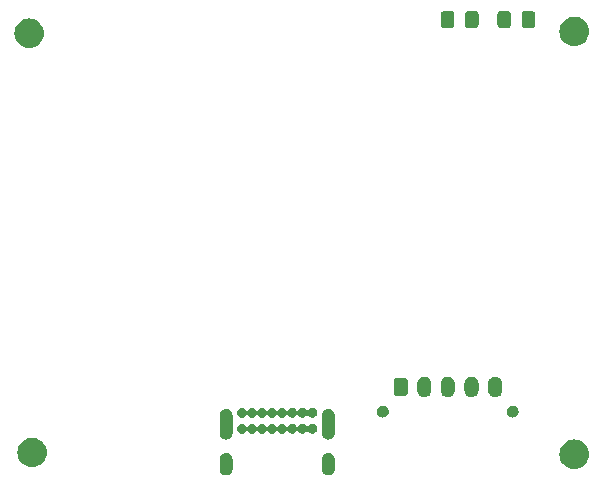
<source format=gbs>
G04 #@! TF.GenerationSoftware,KiCad,Pcbnew,8.0.8*
G04 #@! TF.CreationDate,2025-01-20T22:43:21+09:00*
G04 #@! TF.ProjectId,esp32_primary_board_v0.3.0,65737033-325f-4707-9269-6d6172795f62,rev?*
G04 #@! TF.SameCoordinates,Original*
G04 #@! TF.FileFunction,Soldermask,Bot*
G04 #@! TF.FilePolarity,Negative*
%FSLAX46Y46*%
G04 Gerber Fmt 4.6, Leading zero omitted, Abs format (unit mm)*
G04 Created by KiCad (PCBNEW 8.0.8) date 2025-01-20 22:43:21*
%MOMM*%
%LPD*%
G01*
G04 APERTURE LIST*
G04 APERTURE END LIST*
G36*
X134988002Y-138802722D02*
G01*
X134997050Y-138802722D01*
X135023115Y-138809706D01*
X135085150Y-138822045D01*
X135114433Y-138834174D01*
X135136241Y-138840018D01*
X135155794Y-138851307D01*
X135185078Y-138863437D01*
X135237679Y-138898583D01*
X135261036Y-138912069D01*
X135267428Y-138918461D01*
X135274996Y-138923518D01*
X135351481Y-139000003D01*
X135356537Y-139007570D01*
X135362931Y-139013964D01*
X135376418Y-139037324D01*
X135411562Y-139089921D01*
X135423690Y-139119202D01*
X135434982Y-139138759D01*
X135440826Y-139160570D01*
X135452954Y-139189849D01*
X135465292Y-139251880D01*
X135472278Y-139277950D01*
X135473162Y-139291444D01*
X135474342Y-139297375D01*
X135476709Y-139345574D01*
X135477000Y-139350000D01*
X135477000Y-140150000D01*
X135476709Y-140154428D01*
X135474342Y-140202624D01*
X135473162Y-140208553D01*
X135472278Y-140222050D01*
X135465291Y-140248122D01*
X135452954Y-140310150D01*
X135440827Y-140339426D01*
X135434982Y-140361241D01*
X135423689Y-140380800D01*
X135411562Y-140410078D01*
X135376422Y-140462668D01*
X135362931Y-140486036D01*
X135356535Y-140492431D01*
X135351481Y-140499996D01*
X135274996Y-140576481D01*
X135267431Y-140581535D01*
X135261036Y-140587931D01*
X135237668Y-140601422D01*
X135185078Y-140636562D01*
X135155800Y-140648689D01*
X135136241Y-140659982D01*
X135114426Y-140665827D01*
X135085150Y-140677954D01*
X135023121Y-140690292D01*
X134997050Y-140697278D01*
X134988002Y-140697278D01*
X134979078Y-140699053D01*
X134870922Y-140699053D01*
X134861998Y-140697278D01*
X134852950Y-140697278D01*
X134826880Y-140690292D01*
X134764849Y-140677954D01*
X134735570Y-140665826D01*
X134713759Y-140659982D01*
X134694202Y-140648690D01*
X134664921Y-140636562D01*
X134612324Y-140601418D01*
X134588964Y-140587931D01*
X134582570Y-140581537D01*
X134575003Y-140576481D01*
X134498518Y-140499996D01*
X134493461Y-140492428D01*
X134487069Y-140486036D01*
X134473583Y-140462679D01*
X134438437Y-140410078D01*
X134426307Y-140380794D01*
X134415018Y-140361241D01*
X134409174Y-140339433D01*
X134397045Y-140310150D01*
X134384704Y-140248108D01*
X134377722Y-140222050D01*
X134376837Y-140208561D01*
X134375657Y-140202624D01*
X134373289Y-140154421D01*
X134373000Y-140150000D01*
X134373000Y-139350000D01*
X134373289Y-139345581D01*
X134375657Y-139297375D01*
X134376838Y-139291437D01*
X134377722Y-139277950D01*
X134384703Y-139251894D01*
X134397045Y-139189849D01*
X134409175Y-139160563D01*
X134415018Y-139138759D01*
X134426305Y-139119208D01*
X134438437Y-139089921D01*
X134473588Y-139037313D01*
X134487069Y-139013964D01*
X134493459Y-139007573D01*
X134498518Y-139000003D01*
X134575003Y-138923518D01*
X134582573Y-138918459D01*
X134588964Y-138912069D01*
X134612313Y-138898588D01*
X134664921Y-138863437D01*
X134694208Y-138851305D01*
X134713759Y-138840018D01*
X134735563Y-138834175D01*
X134764849Y-138822045D01*
X134826886Y-138809705D01*
X134852950Y-138802722D01*
X134861998Y-138802722D01*
X134870922Y-138800947D01*
X134979078Y-138800947D01*
X134988002Y-138802722D01*
G37*
G36*
X143638002Y-138802722D02*
G01*
X143647050Y-138802722D01*
X143673115Y-138809706D01*
X143735150Y-138822045D01*
X143764433Y-138834174D01*
X143786241Y-138840018D01*
X143805794Y-138851307D01*
X143835078Y-138863437D01*
X143887679Y-138898583D01*
X143911036Y-138912069D01*
X143917428Y-138918461D01*
X143924996Y-138923518D01*
X144001481Y-139000003D01*
X144006537Y-139007570D01*
X144012931Y-139013964D01*
X144026418Y-139037324D01*
X144061562Y-139089921D01*
X144073690Y-139119202D01*
X144084982Y-139138759D01*
X144090826Y-139160570D01*
X144102954Y-139189849D01*
X144115292Y-139251880D01*
X144122278Y-139277950D01*
X144123162Y-139291444D01*
X144124342Y-139297375D01*
X144126709Y-139345574D01*
X144127000Y-139350000D01*
X144127000Y-140150000D01*
X144126709Y-140154428D01*
X144124342Y-140202624D01*
X144123162Y-140208553D01*
X144122278Y-140222050D01*
X144115291Y-140248122D01*
X144102954Y-140310150D01*
X144090827Y-140339426D01*
X144084982Y-140361241D01*
X144073689Y-140380800D01*
X144061562Y-140410078D01*
X144026422Y-140462668D01*
X144012931Y-140486036D01*
X144006535Y-140492431D01*
X144001481Y-140499996D01*
X143924996Y-140576481D01*
X143917431Y-140581535D01*
X143911036Y-140587931D01*
X143887668Y-140601422D01*
X143835078Y-140636562D01*
X143805800Y-140648689D01*
X143786241Y-140659982D01*
X143764426Y-140665827D01*
X143735150Y-140677954D01*
X143673121Y-140690292D01*
X143647050Y-140697278D01*
X143638002Y-140697278D01*
X143629078Y-140699053D01*
X143520922Y-140699053D01*
X143511998Y-140697278D01*
X143502950Y-140697278D01*
X143476880Y-140690292D01*
X143414849Y-140677954D01*
X143385570Y-140665826D01*
X143363759Y-140659982D01*
X143344202Y-140648690D01*
X143314921Y-140636562D01*
X143262324Y-140601418D01*
X143238964Y-140587931D01*
X143232570Y-140581537D01*
X143225003Y-140576481D01*
X143148518Y-140499996D01*
X143143461Y-140492428D01*
X143137069Y-140486036D01*
X143123583Y-140462679D01*
X143088437Y-140410078D01*
X143076307Y-140380794D01*
X143065018Y-140361241D01*
X143059174Y-140339433D01*
X143047045Y-140310150D01*
X143034704Y-140248108D01*
X143027722Y-140222050D01*
X143026837Y-140208561D01*
X143025657Y-140202624D01*
X143023289Y-140154421D01*
X143023000Y-140150000D01*
X143023000Y-139350000D01*
X143023289Y-139345581D01*
X143025657Y-139297375D01*
X143026838Y-139291437D01*
X143027722Y-139277950D01*
X143034703Y-139251894D01*
X143047045Y-139189849D01*
X143059175Y-139160563D01*
X143065018Y-139138759D01*
X143076305Y-139119208D01*
X143088437Y-139089921D01*
X143123588Y-139037313D01*
X143137069Y-139013964D01*
X143143459Y-139007573D01*
X143148518Y-139000003D01*
X143225003Y-138923518D01*
X143232573Y-138918459D01*
X143238964Y-138912069D01*
X143262313Y-138898588D01*
X143314921Y-138863437D01*
X143344208Y-138851305D01*
X143363759Y-138840018D01*
X143385563Y-138834175D01*
X143414849Y-138822045D01*
X143476886Y-138809705D01*
X143502950Y-138802722D01*
X143511998Y-138802722D01*
X143520922Y-138800947D01*
X143629078Y-138800947D01*
X143638002Y-138802722D01*
G37*
G36*
X164617060Y-137668990D02*
G01*
X164827525Y-137725384D01*
X165025000Y-137817468D01*
X165203485Y-137942444D01*
X165357556Y-138096515D01*
X165482532Y-138275000D01*
X165574616Y-138472475D01*
X165631010Y-138682940D01*
X165650000Y-138900000D01*
X165631010Y-139117060D01*
X165574616Y-139327525D01*
X165482532Y-139525000D01*
X165357556Y-139703485D01*
X165203485Y-139857556D01*
X165025000Y-139982532D01*
X164827525Y-140074616D01*
X164617060Y-140131010D01*
X164400000Y-140150000D01*
X164182940Y-140131010D01*
X163972475Y-140074616D01*
X163775000Y-139982532D01*
X163596515Y-139857556D01*
X163442444Y-139703485D01*
X163317468Y-139525000D01*
X163225384Y-139327525D01*
X163168990Y-139117060D01*
X163150000Y-138900000D01*
X163168990Y-138682940D01*
X163225384Y-138472475D01*
X163317468Y-138275000D01*
X163442444Y-138096515D01*
X163596515Y-137942444D01*
X163775000Y-137817468D01*
X163972475Y-137725384D01*
X164182940Y-137668990D01*
X164400000Y-137650000D01*
X164617060Y-137668990D01*
G37*
G36*
X118717060Y-137518990D02*
G01*
X118927525Y-137575384D01*
X119125000Y-137667468D01*
X119303485Y-137792444D01*
X119457556Y-137946515D01*
X119582532Y-138125000D01*
X119674616Y-138322475D01*
X119731010Y-138532940D01*
X119750000Y-138750000D01*
X119731010Y-138967060D01*
X119674616Y-139177525D01*
X119582532Y-139375000D01*
X119457556Y-139553485D01*
X119303485Y-139707556D01*
X119125000Y-139832532D01*
X118927525Y-139924616D01*
X118717060Y-139981010D01*
X118500000Y-140000000D01*
X118282940Y-139981010D01*
X118072475Y-139924616D01*
X117875000Y-139832532D01*
X117696515Y-139707556D01*
X117542444Y-139553485D01*
X117417468Y-139375000D01*
X117325384Y-139177525D01*
X117268990Y-138967060D01*
X117250000Y-138750000D01*
X117268990Y-138532940D01*
X117325384Y-138322475D01*
X117417468Y-138125000D01*
X117542444Y-137946515D01*
X117696515Y-137792444D01*
X117875000Y-137667468D01*
X118072475Y-137575384D01*
X118282940Y-137518990D01*
X118500000Y-137500000D01*
X118717060Y-137518990D01*
G37*
G36*
X134988002Y-135072722D02*
G01*
X134997050Y-135072722D01*
X135023115Y-135079706D01*
X135085150Y-135092045D01*
X135114433Y-135104174D01*
X135136241Y-135110018D01*
X135155794Y-135121307D01*
X135185078Y-135133437D01*
X135237679Y-135168583D01*
X135261036Y-135182069D01*
X135267428Y-135188461D01*
X135274996Y-135193518D01*
X135351481Y-135270003D01*
X135356537Y-135277570D01*
X135362931Y-135283964D01*
X135376418Y-135307324D01*
X135411562Y-135359921D01*
X135423690Y-135389202D01*
X135434982Y-135408759D01*
X135440826Y-135430570D01*
X135452954Y-135459849D01*
X135465292Y-135521880D01*
X135472278Y-135547950D01*
X135473162Y-135561444D01*
X135474342Y-135567375D01*
X135476709Y-135615574D01*
X135477000Y-135620000D01*
X135477000Y-137120000D01*
X135476709Y-137124428D01*
X135474342Y-137172624D01*
X135473162Y-137178553D01*
X135472278Y-137192050D01*
X135465291Y-137218122D01*
X135452954Y-137280150D01*
X135440827Y-137309426D01*
X135434982Y-137331241D01*
X135423689Y-137350800D01*
X135411562Y-137380078D01*
X135376422Y-137432668D01*
X135362931Y-137456036D01*
X135356535Y-137462431D01*
X135351481Y-137469996D01*
X135274996Y-137546481D01*
X135267431Y-137551535D01*
X135261036Y-137557931D01*
X135237668Y-137571422D01*
X135185078Y-137606562D01*
X135155800Y-137618689D01*
X135136241Y-137629982D01*
X135114426Y-137635827D01*
X135085150Y-137647954D01*
X135023121Y-137660292D01*
X134997050Y-137667278D01*
X134988002Y-137667278D01*
X134979078Y-137669053D01*
X134870922Y-137669053D01*
X134861998Y-137667278D01*
X134852950Y-137667278D01*
X134826880Y-137660292D01*
X134764849Y-137647954D01*
X134735570Y-137635826D01*
X134713759Y-137629982D01*
X134694202Y-137618690D01*
X134664921Y-137606562D01*
X134612324Y-137571418D01*
X134588964Y-137557931D01*
X134582570Y-137551537D01*
X134575003Y-137546481D01*
X134498518Y-137469996D01*
X134493461Y-137462428D01*
X134487069Y-137456036D01*
X134473583Y-137432679D01*
X134438437Y-137380078D01*
X134426307Y-137350794D01*
X134415018Y-137331241D01*
X134409174Y-137309433D01*
X134397045Y-137280150D01*
X134384704Y-137218108D01*
X134377722Y-137192050D01*
X134376837Y-137178561D01*
X134375657Y-137172624D01*
X134373289Y-137124421D01*
X134373000Y-137120000D01*
X134373000Y-135620000D01*
X134373289Y-135615581D01*
X134375657Y-135567375D01*
X134376838Y-135561437D01*
X134377722Y-135547950D01*
X134384703Y-135521894D01*
X134397045Y-135459849D01*
X134409175Y-135430563D01*
X134415018Y-135408759D01*
X134426305Y-135389208D01*
X134438437Y-135359921D01*
X134473588Y-135307313D01*
X134487069Y-135283964D01*
X134493459Y-135277573D01*
X134498518Y-135270003D01*
X134575003Y-135193518D01*
X134582573Y-135188459D01*
X134588964Y-135182069D01*
X134612313Y-135168588D01*
X134664921Y-135133437D01*
X134694208Y-135121305D01*
X134713759Y-135110018D01*
X134735563Y-135104175D01*
X134764849Y-135092045D01*
X134826886Y-135079705D01*
X134852950Y-135072722D01*
X134861998Y-135072722D01*
X134870922Y-135070947D01*
X134979078Y-135070947D01*
X134988002Y-135072722D01*
G37*
G36*
X143638002Y-135072722D02*
G01*
X143647050Y-135072722D01*
X143673115Y-135079706D01*
X143735150Y-135092045D01*
X143764433Y-135104174D01*
X143786241Y-135110018D01*
X143805794Y-135121307D01*
X143835078Y-135133437D01*
X143887679Y-135168583D01*
X143911036Y-135182069D01*
X143917428Y-135188461D01*
X143924996Y-135193518D01*
X144001481Y-135270003D01*
X144006537Y-135277570D01*
X144012931Y-135283964D01*
X144026418Y-135307324D01*
X144061562Y-135359921D01*
X144073690Y-135389202D01*
X144084982Y-135408759D01*
X144090826Y-135430570D01*
X144102954Y-135459849D01*
X144115292Y-135521880D01*
X144122278Y-135547950D01*
X144123162Y-135561444D01*
X144124342Y-135567375D01*
X144126709Y-135615574D01*
X144127000Y-135620000D01*
X144127000Y-137120000D01*
X144126709Y-137124428D01*
X144124342Y-137172624D01*
X144123162Y-137178553D01*
X144122278Y-137192050D01*
X144115291Y-137218122D01*
X144102954Y-137280150D01*
X144090827Y-137309426D01*
X144084982Y-137331241D01*
X144073689Y-137350800D01*
X144061562Y-137380078D01*
X144026422Y-137432668D01*
X144012931Y-137456036D01*
X144006535Y-137462431D01*
X144001481Y-137469996D01*
X143924996Y-137546481D01*
X143917431Y-137551535D01*
X143911036Y-137557931D01*
X143887668Y-137571422D01*
X143835078Y-137606562D01*
X143805800Y-137618689D01*
X143786241Y-137629982D01*
X143764426Y-137635827D01*
X143735150Y-137647954D01*
X143673121Y-137660292D01*
X143647050Y-137667278D01*
X143638002Y-137667278D01*
X143629078Y-137669053D01*
X143520922Y-137669053D01*
X143511998Y-137667278D01*
X143502950Y-137667278D01*
X143476880Y-137660292D01*
X143414849Y-137647954D01*
X143385570Y-137635826D01*
X143363759Y-137629982D01*
X143344202Y-137618690D01*
X143314921Y-137606562D01*
X143262324Y-137571418D01*
X143238964Y-137557931D01*
X143232570Y-137551537D01*
X143225003Y-137546481D01*
X143148518Y-137469996D01*
X143143461Y-137462428D01*
X143137069Y-137456036D01*
X143123583Y-137432679D01*
X143088437Y-137380078D01*
X143076307Y-137350794D01*
X143065018Y-137331241D01*
X143059174Y-137309433D01*
X143047045Y-137280150D01*
X143034704Y-137218108D01*
X143027722Y-137192050D01*
X143026837Y-137178561D01*
X143025657Y-137172624D01*
X143023289Y-137124421D01*
X143023000Y-137120000D01*
X143023000Y-135620000D01*
X143023289Y-135615581D01*
X143025657Y-135567375D01*
X143026838Y-135561437D01*
X143027722Y-135547950D01*
X143034703Y-135521894D01*
X143047045Y-135459849D01*
X143059175Y-135430563D01*
X143065018Y-135408759D01*
X143076305Y-135389208D01*
X143088437Y-135359921D01*
X143123588Y-135307313D01*
X143137069Y-135283964D01*
X143143459Y-135277573D01*
X143148518Y-135270003D01*
X143225003Y-135193518D01*
X143232573Y-135188459D01*
X143238964Y-135182069D01*
X143262313Y-135168588D01*
X143314921Y-135133437D01*
X143344208Y-135121305D01*
X143363759Y-135110018D01*
X143385563Y-135104175D01*
X143414849Y-135092045D01*
X143476886Y-135079705D01*
X143502950Y-135072722D01*
X143511998Y-135072722D01*
X143520922Y-135070947D01*
X143629078Y-135070947D01*
X143638002Y-135072722D01*
G37*
G36*
X136452382Y-136351587D02*
G01*
X136554626Y-136417295D01*
X136634215Y-136509146D01*
X136662111Y-136570231D01*
X136737889Y-136570231D01*
X136765785Y-136509146D01*
X136845374Y-136417295D01*
X136947618Y-136351587D01*
X137064232Y-136317346D01*
X137185768Y-136317346D01*
X137302382Y-136351587D01*
X137404626Y-136417295D01*
X137484215Y-136509146D01*
X137512111Y-136570231D01*
X137587889Y-136570231D01*
X137615785Y-136509146D01*
X137695374Y-136417295D01*
X137797618Y-136351587D01*
X137914232Y-136317346D01*
X138035768Y-136317346D01*
X138152382Y-136351587D01*
X138254626Y-136417295D01*
X138334215Y-136509146D01*
X138362111Y-136570231D01*
X138437889Y-136570231D01*
X138465785Y-136509146D01*
X138545374Y-136417295D01*
X138647618Y-136351587D01*
X138764232Y-136317346D01*
X138885768Y-136317346D01*
X139002382Y-136351587D01*
X139104626Y-136417295D01*
X139184215Y-136509146D01*
X139212111Y-136570231D01*
X139287889Y-136570231D01*
X139315785Y-136509146D01*
X139395374Y-136417295D01*
X139497618Y-136351587D01*
X139614232Y-136317346D01*
X139735768Y-136317346D01*
X139852382Y-136351587D01*
X139954626Y-136417295D01*
X140034215Y-136509146D01*
X140062111Y-136570231D01*
X140137889Y-136570231D01*
X140165785Y-136509146D01*
X140245374Y-136417295D01*
X140347618Y-136351587D01*
X140464232Y-136317346D01*
X140585768Y-136317346D01*
X140702382Y-136351587D01*
X140804626Y-136417295D01*
X140884215Y-136509146D01*
X140912111Y-136570231D01*
X140987889Y-136570231D01*
X141015785Y-136509146D01*
X141095374Y-136417295D01*
X141197618Y-136351587D01*
X141314232Y-136317346D01*
X141435768Y-136317346D01*
X141552382Y-136351587D01*
X141654626Y-136417295D01*
X141734215Y-136509146D01*
X141762111Y-136570231D01*
X141837889Y-136570231D01*
X141865785Y-136509146D01*
X141945374Y-136417295D01*
X142047618Y-136351587D01*
X142164232Y-136317346D01*
X142285768Y-136317346D01*
X142402382Y-136351587D01*
X142504626Y-136417295D01*
X142584215Y-136509146D01*
X142634703Y-136619700D01*
X142652000Y-136740000D01*
X142634703Y-136860300D01*
X142584215Y-136970854D01*
X142504626Y-137062705D01*
X142402382Y-137128413D01*
X142285768Y-137162654D01*
X142164232Y-137162654D01*
X142047618Y-137128413D01*
X141945374Y-137062705D01*
X141865785Y-136970854D01*
X141837888Y-136909768D01*
X141762112Y-136909768D01*
X141734215Y-136970854D01*
X141654626Y-137062705D01*
X141552382Y-137128413D01*
X141435768Y-137162654D01*
X141314232Y-137162654D01*
X141197618Y-137128413D01*
X141095374Y-137062705D01*
X141015785Y-136970854D01*
X140987888Y-136909768D01*
X140912112Y-136909768D01*
X140884215Y-136970854D01*
X140804626Y-137062705D01*
X140702382Y-137128413D01*
X140585768Y-137162654D01*
X140464232Y-137162654D01*
X140347618Y-137128413D01*
X140245374Y-137062705D01*
X140165785Y-136970854D01*
X140137888Y-136909768D01*
X140062112Y-136909768D01*
X140034215Y-136970854D01*
X139954626Y-137062705D01*
X139852382Y-137128413D01*
X139735768Y-137162654D01*
X139614232Y-137162654D01*
X139497618Y-137128413D01*
X139395374Y-137062705D01*
X139315785Y-136970854D01*
X139287888Y-136909768D01*
X139212112Y-136909768D01*
X139184215Y-136970854D01*
X139104626Y-137062705D01*
X139002382Y-137128413D01*
X138885768Y-137162654D01*
X138764232Y-137162654D01*
X138647618Y-137128413D01*
X138545374Y-137062705D01*
X138465785Y-136970854D01*
X138437888Y-136909768D01*
X138362112Y-136909768D01*
X138334215Y-136970854D01*
X138254626Y-137062705D01*
X138152382Y-137128413D01*
X138035768Y-137162654D01*
X137914232Y-137162654D01*
X137797618Y-137128413D01*
X137695374Y-137062705D01*
X137615785Y-136970854D01*
X137587888Y-136909768D01*
X137512112Y-136909768D01*
X137484215Y-136970854D01*
X137404626Y-137062705D01*
X137302382Y-137128413D01*
X137185768Y-137162654D01*
X137064232Y-137162654D01*
X136947618Y-137128413D01*
X136845374Y-137062705D01*
X136765785Y-136970854D01*
X136737888Y-136909768D01*
X136662112Y-136909768D01*
X136634215Y-136970854D01*
X136554626Y-137062705D01*
X136452382Y-137128413D01*
X136335768Y-137162654D01*
X136214232Y-137162654D01*
X136097618Y-137128413D01*
X135995374Y-137062705D01*
X135915785Y-136970854D01*
X135865297Y-136860300D01*
X135848000Y-136740000D01*
X135865297Y-136619700D01*
X135915785Y-136509146D01*
X135995374Y-136417295D01*
X136097618Y-136351587D01*
X136214232Y-136317346D01*
X136335768Y-136317346D01*
X136452382Y-136351587D01*
G37*
G36*
X136452382Y-135001587D02*
G01*
X136554626Y-135067295D01*
X136634215Y-135159146D01*
X136662111Y-135220231D01*
X136737889Y-135220231D01*
X136765785Y-135159146D01*
X136845374Y-135067295D01*
X136947618Y-135001587D01*
X137064232Y-134967346D01*
X137185768Y-134967346D01*
X137302382Y-135001587D01*
X137404626Y-135067295D01*
X137484215Y-135159146D01*
X137512111Y-135220231D01*
X137587889Y-135220231D01*
X137615785Y-135159146D01*
X137695374Y-135067295D01*
X137797618Y-135001587D01*
X137914232Y-134967346D01*
X138035768Y-134967346D01*
X138152382Y-135001587D01*
X138254626Y-135067295D01*
X138334215Y-135159146D01*
X138362111Y-135220231D01*
X138437889Y-135220231D01*
X138465785Y-135159146D01*
X138545374Y-135067295D01*
X138647618Y-135001587D01*
X138764232Y-134967346D01*
X138885768Y-134967346D01*
X139002382Y-135001587D01*
X139104626Y-135067295D01*
X139184215Y-135159146D01*
X139212111Y-135220231D01*
X139287889Y-135220231D01*
X139315785Y-135159146D01*
X139395374Y-135067295D01*
X139497618Y-135001587D01*
X139614232Y-134967346D01*
X139735768Y-134967346D01*
X139852382Y-135001587D01*
X139954626Y-135067295D01*
X140034215Y-135159146D01*
X140062111Y-135220231D01*
X140137889Y-135220231D01*
X140165785Y-135159146D01*
X140245374Y-135067295D01*
X140347618Y-135001587D01*
X140464232Y-134967346D01*
X140585768Y-134967346D01*
X140702382Y-135001587D01*
X140804626Y-135067295D01*
X140884215Y-135159146D01*
X140912111Y-135220231D01*
X140987889Y-135220231D01*
X141015785Y-135159146D01*
X141095374Y-135067295D01*
X141197618Y-135001587D01*
X141314232Y-134967346D01*
X141435768Y-134967346D01*
X141552382Y-135001587D01*
X141654626Y-135067295D01*
X141734215Y-135159146D01*
X141762111Y-135220231D01*
X141837889Y-135220231D01*
X141865785Y-135159146D01*
X141945374Y-135067295D01*
X142047618Y-135001587D01*
X142164232Y-134967346D01*
X142285768Y-134967346D01*
X142402382Y-135001587D01*
X142504626Y-135067295D01*
X142584215Y-135159146D01*
X142634703Y-135269700D01*
X142652000Y-135390000D01*
X142634703Y-135510300D01*
X142584215Y-135620854D01*
X142504626Y-135712705D01*
X142402382Y-135778413D01*
X142285768Y-135812654D01*
X142164232Y-135812654D01*
X142047618Y-135778413D01*
X141945374Y-135712705D01*
X141865785Y-135620854D01*
X141837888Y-135559768D01*
X141762112Y-135559768D01*
X141734215Y-135620854D01*
X141654626Y-135712705D01*
X141552382Y-135778413D01*
X141435768Y-135812654D01*
X141314232Y-135812654D01*
X141197618Y-135778413D01*
X141095374Y-135712705D01*
X141015785Y-135620854D01*
X140987888Y-135559768D01*
X140912112Y-135559768D01*
X140884215Y-135620854D01*
X140804626Y-135712705D01*
X140702382Y-135778413D01*
X140585768Y-135812654D01*
X140464232Y-135812654D01*
X140347618Y-135778413D01*
X140245374Y-135712705D01*
X140165785Y-135620854D01*
X140137888Y-135559768D01*
X140062112Y-135559768D01*
X140034215Y-135620854D01*
X139954626Y-135712705D01*
X139852382Y-135778413D01*
X139735768Y-135812654D01*
X139614232Y-135812654D01*
X139497618Y-135778413D01*
X139395374Y-135712705D01*
X139315785Y-135620854D01*
X139287888Y-135559768D01*
X139212112Y-135559768D01*
X139184215Y-135620854D01*
X139104626Y-135712705D01*
X139002382Y-135778413D01*
X138885768Y-135812654D01*
X138764232Y-135812654D01*
X138647618Y-135778413D01*
X138545374Y-135712705D01*
X138465785Y-135620854D01*
X138437888Y-135559768D01*
X138362112Y-135559768D01*
X138334215Y-135620854D01*
X138254626Y-135712705D01*
X138152382Y-135778413D01*
X138035768Y-135812654D01*
X137914232Y-135812654D01*
X137797618Y-135778413D01*
X137695374Y-135712705D01*
X137615785Y-135620854D01*
X137587888Y-135559768D01*
X137512112Y-135559768D01*
X137484215Y-135620854D01*
X137404626Y-135712705D01*
X137302382Y-135778413D01*
X137185768Y-135812654D01*
X137064232Y-135812654D01*
X136947618Y-135778413D01*
X136845374Y-135712705D01*
X136765785Y-135620854D01*
X136737888Y-135559768D01*
X136662112Y-135559768D01*
X136634215Y-135620854D01*
X136554626Y-135712705D01*
X136452382Y-135778413D01*
X136335768Y-135812654D01*
X136214232Y-135812654D01*
X136097618Y-135778413D01*
X135995374Y-135712705D01*
X135915785Y-135620854D01*
X135865297Y-135510300D01*
X135848000Y-135390000D01*
X135865297Y-135269700D01*
X135915785Y-135159146D01*
X135995374Y-135067295D01*
X136097618Y-135001587D01*
X136214232Y-134967346D01*
X136335768Y-134967346D01*
X136452382Y-135001587D01*
G37*
G36*
X148234719Y-134805089D02*
G01*
X148271157Y-134805089D01*
X148300775Y-134813785D01*
X148329276Y-134817538D01*
X148367559Y-134833395D01*
X148407708Y-134845184D01*
X148428898Y-134858802D01*
X148449742Y-134867436D01*
X148487938Y-134896745D01*
X148527430Y-134922125D01*
X148540160Y-134936816D01*
X148553184Y-134946810D01*
X148586949Y-134990813D01*
X148620627Y-135029680D01*
X148626293Y-135042088D01*
X148632563Y-135050259D01*
X148657316Y-135110018D01*
X148679746Y-135159134D01*
X148680854Y-135166846D01*
X148682461Y-135170724D01*
X148693845Y-135257198D01*
X148700000Y-135300000D01*
X148693845Y-135342801D01*
X148682461Y-135429276D01*
X148680854Y-135433153D01*
X148679746Y-135440866D01*
X148657319Y-135489973D01*
X148632563Y-135549742D01*
X148626292Y-135557913D01*
X148620627Y-135570320D01*
X148586955Y-135609178D01*
X148553187Y-135653187D01*
X148540162Y-135663181D01*
X148527430Y-135677875D01*
X148487931Y-135703259D01*
X148449742Y-135732563D01*
X148428903Y-135741194D01*
X148407708Y-135754816D01*
X148367551Y-135766607D01*
X148329276Y-135782461D01*
X148300781Y-135786212D01*
X148271157Y-135794911D01*
X148234712Y-135794911D01*
X148200000Y-135799481D01*
X148165288Y-135794911D01*
X148128843Y-135794911D01*
X148099219Y-135786212D01*
X148070723Y-135782461D01*
X148032445Y-135766606D01*
X147992292Y-135754816D01*
X147971098Y-135741195D01*
X147950257Y-135732563D01*
X147912062Y-135703255D01*
X147872570Y-135677875D01*
X147859839Y-135663183D01*
X147846812Y-135653187D01*
X147813035Y-135609168D01*
X147779373Y-135570320D01*
X147773708Y-135557916D01*
X147767436Y-135549742D01*
X147742669Y-135489950D01*
X147720254Y-135440866D01*
X147719145Y-135433157D01*
X147717538Y-135429276D01*
X147706142Y-135342719D01*
X147700000Y-135300000D01*
X147706142Y-135257280D01*
X147717538Y-135170724D01*
X147719145Y-135166842D01*
X147720254Y-135159134D01*
X147742671Y-135110044D01*
X147767436Y-135050259D01*
X147773707Y-135042085D01*
X147779373Y-135029680D01*
X147813043Y-134990822D01*
X147846813Y-134946813D01*
X147859837Y-134936818D01*
X147872570Y-134922125D01*
X147912067Y-134896741D01*
X147950259Y-134867436D01*
X147971099Y-134858803D01*
X147992292Y-134845184D01*
X148032441Y-134833395D01*
X148070724Y-134817538D01*
X148099224Y-134813785D01*
X148128843Y-134805089D01*
X148165281Y-134805089D01*
X148200000Y-134800518D01*
X148234719Y-134805089D01*
G37*
G36*
X159234719Y-134805089D02*
G01*
X159271157Y-134805089D01*
X159300775Y-134813785D01*
X159329276Y-134817538D01*
X159367559Y-134833395D01*
X159407708Y-134845184D01*
X159428898Y-134858802D01*
X159449742Y-134867436D01*
X159487938Y-134896745D01*
X159527430Y-134922125D01*
X159540160Y-134936816D01*
X159553184Y-134946810D01*
X159586949Y-134990813D01*
X159620627Y-135029680D01*
X159626293Y-135042088D01*
X159632563Y-135050259D01*
X159657316Y-135110018D01*
X159679746Y-135159134D01*
X159680854Y-135166846D01*
X159682461Y-135170724D01*
X159693845Y-135257198D01*
X159700000Y-135300000D01*
X159693845Y-135342801D01*
X159682461Y-135429276D01*
X159680854Y-135433153D01*
X159679746Y-135440866D01*
X159657319Y-135489973D01*
X159632563Y-135549742D01*
X159626292Y-135557913D01*
X159620627Y-135570320D01*
X159586955Y-135609178D01*
X159553187Y-135653187D01*
X159540162Y-135663181D01*
X159527430Y-135677875D01*
X159487931Y-135703259D01*
X159449742Y-135732563D01*
X159428903Y-135741194D01*
X159407708Y-135754816D01*
X159367551Y-135766607D01*
X159329276Y-135782461D01*
X159300781Y-135786212D01*
X159271157Y-135794911D01*
X159234712Y-135794911D01*
X159200000Y-135799481D01*
X159165288Y-135794911D01*
X159128843Y-135794911D01*
X159099219Y-135786212D01*
X159070723Y-135782461D01*
X159032445Y-135766606D01*
X158992292Y-135754816D01*
X158971098Y-135741195D01*
X158950257Y-135732563D01*
X158912062Y-135703255D01*
X158872570Y-135677875D01*
X158859839Y-135663183D01*
X158846812Y-135653187D01*
X158813035Y-135609168D01*
X158779373Y-135570320D01*
X158773708Y-135557916D01*
X158767436Y-135549742D01*
X158742669Y-135489950D01*
X158720254Y-135440866D01*
X158719145Y-135433157D01*
X158717538Y-135429276D01*
X158706142Y-135342719D01*
X158700000Y-135300000D01*
X158706142Y-135257280D01*
X158717538Y-135170724D01*
X158719145Y-135166842D01*
X158720254Y-135159134D01*
X158742671Y-135110044D01*
X158767436Y-135050259D01*
X158773707Y-135042085D01*
X158779373Y-135029680D01*
X158813043Y-134990822D01*
X158846813Y-134946813D01*
X158859837Y-134936818D01*
X158872570Y-134922125D01*
X158912067Y-134896741D01*
X158950259Y-134867436D01*
X158971099Y-134858803D01*
X158992292Y-134845184D01*
X159032441Y-134833395D01*
X159070724Y-134817538D01*
X159099224Y-134813785D01*
X159128843Y-134805089D01*
X159165281Y-134805089D01*
X159200000Y-134800518D01*
X159234719Y-134805089D01*
G37*
G36*
X151768612Y-132330133D02*
G01*
X151778316Y-132330133D01*
X151806272Y-132337623D01*
X151874084Y-132351112D01*
X151906091Y-132364370D01*
X151929610Y-132370672D01*
X151950698Y-132382847D01*
X151982702Y-132396104D01*
X152040184Y-132434512D01*
X152065257Y-132448988D01*
X152072119Y-132455850D01*
X152080449Y-132461416D01*
X152163583Y-132544550D01*
X152169148Y-132552879D01*
X152176012Y-132559743D01*
X152190489Y-132584818D01*
X152228895Y-132642297D01*
X152242150Y-132674298D01*
X152254328Y-132695390D01*
X152260630Y-132718912D01*
X152273887Y-132750915D01*
X152287374Y-132818722D01*
X152294867Y-132846684D01*
X152295815Y-132861157D01*
X152297111Y-132867670D01*
X152299710Y-132920577D01*
X152300000Y-132925000D01*
X152300000Y-133475000D01*
X152299709Y-133479425D01*
X152297111Y-133532329D01*
X152295815Y-133538840D01*
X152294867Y-133553316D01*
X152287373Y-133581280D01*
X152273887Y-133649084D01*
X152260631Y-133681084D01*
X152254328Y-133704610D01*
X152242149Y-133725704D01*
X152228895Y-133757702D01*
X152190493Y-133815173D01*
X152176012Y-133840257D01*
X152169146Y-133847122D01*
X152163583Y-133855449D01*
X152080449Y-133938583D01*
X152072122Y-133944146D01*
X152065257Y-133951012D01*
X152040173Y-133965493D01*
X151982702Y-134003895D01*
X151950704Y-134017149D01*
X151929610Y-134029328D01*
X151906084Y-134035631D01*
X151874084Y-134048887D01*
X151806278Y-134062374D01*
X151778316Y-134069867D01*
X151768611Y-134069867D01*
X151758783Y-134071822D01*
X151641217Y-134071822D01*
X151631389Y-134069867D01*
X151621684Y-134069867D01*
X151593722Y-134062374D01*
X151525915Y-134048887D01*
X151493912Y-134035630D01*
X151470390Y-134029328D01*
X151449298Y-134017150D01*
X151417297Y-134003895D01*
X151359818Y-133965489D01*
X151334743Y-133951012D01*
X151327879Y-133944148D01*
X151319550Y-133938583D01*
X151236416Y-133855449D01*
X151230850Y-133847119D01*
X151223988Y-133840257D01*
X151209512Y-133815184D01*
X151171104Y-133757702D01*
X151157847Y-133725698D01*
X151145672Y-133704610D01*
X151139370Y-133681091D01*
X151126112Y-133649084D01*
X151112622Y-133581266D01*
X151105133Y-133553316D01*
X151104184Y-133538848D01*
X151102888Y-133532329D01*
X151100289Y-133479419D01*
X151100000Y-133475000D01*
X151100000Y-132925000D01*
X151100289Y-132920583D01*
X151102888Y-132867670D01*
X151104184Y-132861150D01*
X151105133Y-132846684D01*
X151112621Y-132818736D01*
X151126112Y-132750915D01*
X151139371Y-132718905D01*
X151145672Y-132695390D01*
X151157845Y-132674304D01*
X151171104Y-132642297D01*
X151209516Y-132584807D01*
X151223988Y-132559743D01*
X151230848Y-132552882D01*
X151236416Y-132544550D01*
X151319550Y-132461416D01*
X151327882Y-132455848D01*
X151334743Y-132448988D01*
X151359807Y-132434516D01*
X151417297Y-132396104D01*
X151449304Y-132382845D01*
X151470390Y-132370672D01*
X151493905Y-132364371D01*
X151525915Y-132351112D01*
X151593728Y-132337623D01*
X151621684Y-132330133D01*
X151631388Y-132330133D01*
X151641217Y-132328178D01*
X151758783Y-132328178D01*
X151768612Y-132330133D01*
G37*
G36*
X153768612Y-132330133D02*
G01*
X153778316Y-132330133D01*
X153806272Y-132337623D01*
X153874084Y-132351112D01*
X153906091Y-132364370D01*
X153929610Y-132370672D01*
X153950698Y-132382847D01*
X153982702Y-132396104D01*
X154040184Y-132434512D01*
X154065257Y-132448988D01*
X154072119Y-132455850D01*
X154080449Y-132461416D01*
X154163583Y-132544550D01*
X154169148Y-132552879D01*
X154176012Y-132559743D01*
X154190489Y-132584818D01*
X154228895Y-132642297D01*
X154242150Y-132674298D01*
X154254328Y-132695390D01*
X154260630Y-132718912D01*
X154273887Y-132750915D01*
X154287374Y-132818722D01*
X154294867Y-132846684D01*
X154295815Y-132861157D01*
X154297111Y-132867670D01*
X154299710Y-132920577D01*
X154300000Y-132925000D01*
X154300000Y-133475000D01*
X154299709Y-133479425D01*
X154297111Y-133532329D01*
X154295815Y-133538840D01*
X154294867Y-133553316D01*
X154287373Y-133581280D01*
X154273887Y-133649084D01*
X154260631Y-133681084D01*
X154254328Y-133704610D01*
X154242149Y-133725704D01*
X154228895Y-133757702D01*
X154190493Y-133815173D01*
X154176012Y-133840257D01*
X154169146Y-133847122D01*
X154163583Y-133855449D01*
X154080449Y-133938583D01*
X154072122Y-133944146D01*
X154065257Y-133951012D01*
X154040173Y-133965493D01*
X153982702Y-134003895D01*
X153950704Y-134017149D01*
X153929610Y-134029328D01*
X153906084Y-134035631D01*
X153874084Y-134048887D01*
X153806278Y-134062374D01*
X153778316Y-134069867D01*
X153768611Y-134069867D01*
X153758783Y-134071822D01*
X153641217Y-134071822D01*
X153631389Y-134069867D01*
X153621684Y-134069867D01*
X153593722Y-134062374D01*
X153525915Y-134048887D01*
X153493912Y-134035630D01*
X153470390Y-134029328D01*
X153449298Y-134017150D01*
X153417297Y-134003895D01*
X153359818Y-133965489D01*
X153334743Y-133951012D01*
X153327879Y-133944148D01*
X153319550Y-133938583D01*
X153236416Y-133855449D01*
X153230850Y-133847119D01*
X153223988Y-133840257D01*
X153209512Y-133815184D01*
X153171104Y-133757702D01*
X153157847Y-133725698D01*
X153145672Y-133704610D01*
X153139370Y-133681091D01*
X153126112Y-133649084D01*
X153112622Y-133581266D01*
X153105133Y-133553316D01*
X153104184Y-133538848D01*
X153102888Y-133532329D01*
X153100289Y-133479419D01*
X153100000Y-133475000D01*
X153100000Y-132925000D01*
X153100289Y-132920583D01*
X153102888Y-132867670D01*
X153104184Y-132861150D01*
X153105133Y-132846684D01*
X153112621Y-132818736D01*
X153126112Y-132750915D01*
X153139371Y-132718905D01*
X153145672Y-132695390D01*
X153157845Y-132674304D01*
X153171104Y-132642297D01*
X153209516Y-132584807D01*
X153223988Y-132559743D01*
X153230848Y-132552882D01*
X153236416Y-132544550D01*
X153319550Y-132461416D01*
X153327882Y-132455848D01*
X153334743Y-132448988D01*
X153359807Y-132434516D01*
X153417297Y-132396104D01*
X153449304Y-132382845D01*
X153470390Y-132370672D01*
X153493905Y-132364371D01*
X153525915Y-132351112D01*
X153593728Y-132337623D01*
X153621684Y-132330133D01*
X153631388Y-132330133D01*
X153641217Y-132328178D01*
X153758783Y-132328178D01*
X153768612Y-132330133D01*
G37*
G36*
X155768612Y-132330133D02*
G01*
X155778316Y-132330133D01*
X155806272Y-132337623D01*
X155874084Y-132351112D01*
X155906091Y-132364370D01*
X155929610Y-132370672D01*
X155950698Y-132382847D01*
X155982702Y-132396104D01*
X156040184Y-132434512D01*
X156065257Y-132448988D01*
X156072119Y-132455850D01*
X156080449Y-132461416D01*
X156163583Y-132544550D01*
X156169148Y-132552879D01*
X156176012Y-132559743D01*
X156190489Y-132584818D01*
X156228895Y-132642297D01*
X156242150Y-132674298D01*
X156254328Y-132695390D01*
X156260630Y-132718912D01*
X156273887Y-132750915D01*
X156287374Y-132818722D01*
X156294867Y-132846684D01*
X156295815Y-132861157D01*
X156297111Y-132867670D01*
X156299710Y-132920577D01*
X156300000Y-132925000D01*
X156300000Y-133475000D01*
X156299709Y-133479425D01*
X156297111Y-133532329D01*
X156295815Y-133538840D01*
X156294867Y-133553316D01*
X156287373Y-133581280D01*
X156273887Y-133649084D01*
X156260631Y-133681084D01*
X156254328Y-133704610D01*
X156242149Y-133725704D01*
X156228895Y-133757702D01*
X156190493Y-133815173D01*
X156176012Y-133840257D01*
X156169146Y-133847122D01*
X156163583Y-133855449D01*
X156080449Y-133938583D01*
X156072122Y-133944146D01*
X156065257Y-133951012D01*
X156040173Y-133965493D01*
X155982702Y-134003895D01*
X155950704Y-134017149D01*
X155929610Y-134029328D01*
X155906084Y-134035631D01*
X155874084Y-134048887D01*
X155806278Y-134062374D01*
X155778316Y-134069867D01*
X155768611Y-134069867D01*
X155758783Y-134071822D01*
X155641217Y-134071822D01*
X155631389Y-134069867D01*
X155621684Y-134069867D01*
X155593722Y-134062374D01*
X155525915Y-134048887D01*
X155493912Y-134035630D01*
X155470390Y-134029328D01*
X155449298Y-134017150D01*
X155417297Y-134003895D01*
X155359818Y-133965489D01*
X155334743Y-133951012D01*
X155327879Y-133944148D01*
X155319550Y-133938583D01*
X155236416Y-133855449D01*
X155230850Y-133847119D01*
X155223988Y-133840257D01*
X155209512Y-133815184D01*
X155171104Y-133757702D01*
X155157847Y-133725698D01*
X155145672Y-133704610D01*
X155139370Y-133681091D01*
X155126112Y-133649084D01*
X155112622Y-133581266D01*
X155105133Y-133553316D01*
X155104184Y-133538848D01*
X155102888Y-133532329D01*
X155100289Y-133479419D01*
X155100000Y-133475000D01*
X155100000Y-132925000D01*
X155100289Y-132920583D01*
X155102888Y-132867670D01*
X155104184Y-132861150D01*
X155105133Y-132846684D01*
X155112621Y-132818736D01*
X155126112Y-132750915D01*
X155139371Y-132718905D01*
X155145672Y-132695390D01*
X155157845Y-132674304D01*
X155171104Y-132642297D01*
X155209516Y-132584807D01*
X155223988Y-132559743D01*
X155230848Y-132552882D01*
X155236416Y-132544550D01*
X155319550Y-132461416D01*
X155327882Y-132455848D01*
X155334743Y-132448988D01*
X155359807Y-132434516D01*
X155417297Y-132396104D01*
X155449304Y-132382845D01*
X155470390Y-132370672D01*
X155493905Y-132364371D01*
X155525915Y-132351112D01*
X155593728Y-132337623D01*
X155621684Y-132330133D01*
X155631388Y-132330133D01*
X155641217Y-132328178D01*
X155758783Y-132328178D01*
X155768612Y-132330133D01*
G37*
G36*
X157768612Y-132330133D02*
G01*
X157778316Y-132330133D01*
X157806272Y-132337623D01*
X157874084Y-132351112D01*
X157906091Y-132364370D01*
X157929610Y-132370672D01*
X157950698Y-132382847D01*
X157982702Y-132396104D01*
X158040184Y-132434512D01*
X158065257Y-132448988D01*
X158072119Y-132455850D01*
X158080449Y-132461416D01*
X158163583Y-132544550D01*
X158169148Y-132552879D01*
X158176012Y-132559743D01*
X158190489Y-132584818D01*
X158228895Y-132642297D01*
X158242150Y-132674298D01*
X158254328Y-132695390D01*
X158260630Y-132718912D01*
X158273887Y-132750915D01*
X158287374Y-132818722D01*
X158294867Y-132846684D01*
X158295815Y-132861157D01*
X158297111Y-132867670D01*
X158299710Y-132920577D01*
X158300000Y-132925000D01*
X158300000Y-133475000D01*
X158299709Y-133479425D01*
X158297111Y-133532329D01*
X158295815Y-133538840D01*
X158294867Y-133553316D01*
X158287373Y-133581280D01*
X158273887Y-133649084D01*
X158260631Y-133681084D01*
X158254328Y-133704610D01*
X158242149Y-133725704D01*
X158228895Y-133757702D01*
X158190493Y-133815173D01*
X158176012Y-133840257D01*
X158169146Y-133847122D01*
X158163583Y-133855449D01*
X158080449Y-133938583D01*
X158072122Y-133944146D01*
X158065257Y-133951012D01*
X158040173Y-133965493D01*
X157982702Y-134003895D01*
X157950704Y-134017149D01*
X157929610Y-134029328D01*
X157906084Y-134035631D01*
X157874084Y-134048887D01*
X157806278Y-134062374D01*
X157778316Y-134069867D01*
X157768611Y-134069867D01*
X157758783Y-134071822D01*
X157641217Y-134071822D01*
X157631389Y-134069867D01*
X157621684Y-134069867D01*
X157593722Y-134062374D01*
X157525915Y-134048887D01*
X157493912Y-134035630D01*
X157470390Y-134029328D01*
X157449298Y-134017150D01*
X157417297Y-134003895D01*
X157359818Y-133965489D01*
X157334743Y-133951012D01*
X157327879Y-133944148D01*
X157319550Y-133938583D01*
X157236416Y-133855449D01*
X157230850Y-133847119D01*
X157223988Y-133840257D01*
X157209512Y-133815184D01*
X157171104Y-133757702D01*
X157157847Y-133725698D01*
X157145672Y-133704610D01*
X157139370Y-133681091D01*
X157126112Y-133649084D01*
X157112622Y-133581266D01*
X157105133Y-133553316D01*
X157104184Y-133538848D01*
X157102888Y-133532329D01*
X157100289Y-133479419D01*
X157100000Y-133475000D01*
X157100000Y-132925000D01*
X157100289Y-132920583D01*
X157102888Y-132867670D01*
X157104184Y-132861150D01*
X157105133Y-132846684D01*
X157112621Y-132818736D01*
X157126112Y-132750915D01*
X157139371Y-132718905D01*
X157145672Y-132695390D01*
X157157845Y-132674304D01*
X157171104Y-132642297D01*
X157209516Y-132584807D01*
X157223988Y-132559743D01*
X157230848Y-132552882D01*
X157236416Y-132544550D01*
X157319550Y-132461416D01*
X157327882Y-132455848D01*
X157334743Y-132448988D01*
X157359807Y-132434516D01*
X157417297Y-132396104D01*
X157449304Y-132382845D01*
X157470390Y-132370672D01*
X157493905Y-132364371D01*
X157525915Y-132351112D01*
X157593728Y-132337623D01*
X157621684Y-132330133D01*
X157631388Y-132330133D01*
X157641217Y-132328178D01*
X157758783Y-132328178D01*
X157768612Y-132330133D01*
G37*
G36*
X150054850Y-132438964D02*
G01*
X150105040Y-132444787D01*
X150122189Y-132452359D01*
X150145671Y-132457030D01*
X150170810Y-132473827D01*
X150190696Y-132482608D01*
X150204277Y-132496189D01*
X150226777Y-132511223D01*
X150241810Y-132533722D01*
X150255391Y-132547303D01*
X150264170Y-132567186D01*
X150280970Y-132592329D01*
X150285641Y-132615812D01*
X150293212Y-132632959D01*
X150299033Y-132683139D01*
X150300000Y-132688000D01*
X150300000Y-133712000D01*
X150299032Y-133716863D01*
X150293212Y-133767040D01*
X150285641Y-133784185D01*
X150280970Y-133807671D01*
X150264169Y-133832815D01*
X150255391Y-133852696D01*
X150241812Y-133866274D01*
X150226777Y-133888777D01*
X150204274Y-133903812D01*
X150190696Y-133917391D01*
X150170815Y-133926169D01*
X150145671Y-133942970D01*
X150122185Y-133947641D01*
X150105040Y-133955212D01*
X150054861Y-133961032D01*
X150050000Y-133962000D01*
X149350000Y-133962000D01*
X149345138Y-133961032D01*
X149294959Y-133955212D01*
X149277812Y-133947641D01*
X149254329Y-133942970D01*
X149229186Y-133926170D01*
X149209303Y-133917391D01*
X149195722Y-133903810D01*
X149173223Y-133888777D01*
X149158189Y-133866277D01*
X149144608Y-133852696D01*
X149135827Y-133832810D01*
X149119030Y-133807671D01*
X149114359Y-133784189D01*
X149106787Y-133767040D01*
X149100964Y-133716849D01*
X149100000Y-133712000D01*
X149100000Y-132688000D01*
X149100964Y-132683150D01*
X149106787Y-132632959D01*
X149114359Y-132615808D01*
X149119030Y-132592329D01*
X149135826Y-132567191D01*
X149144608Y-132547303D01*
X149158191Y-132533719D01*
X149173223Y-132511223D01*
X149195719Y-132496191D01*
X149209303Y-132482608D01*
X149229191Y-132473826D01*
X149254329Y-132457030D01*
X149277808Y-132452359D01*
X149294959Y-132444787D01*
X149345151Y-132438964D01*
X149350000Y-132438000D01*
X150050000Y-132438000D01*
X150054850Y-132438964D01*
G37*
G36*
X118467060Y-102018990D02*
G01*
X118677525Y-102075384D01*
X118875000Y-102167468D01*
X119053485Y-102292444D01*
X119207556Y-102446515D01*
X119332532Y-102625000D01*
X119424616Y-102822475D01*
X119481010Y-103032940D01*
X119500000Y-103250000D01*
X119481010Y-103467060D01*
X119424616Y-103677525D01*
X119332532Y-103875000D01*
X119207556Y-104053485D01*
X119053485Y-104207556D01*
X118875000Y-104332532D01*
X118677525Y-104424616D01*
X118467060Y-104481010D01*
X118250000Y-104500000D01*
X118032940Y-104481010D01*
X117822475Y-104424616D01*
X117625000Y-104332532D01*
X117446515Y-104207556D01*
X117292444Y-104053485D01*
X117167468Y-103875000D01*
X117075384Y-103677525D01*
X117018990Y-103467060D01*
X117000000Y-103250000D01*
X117018990Y-103032940D01*
X117075384Y-102822475D01*
X117167468Y-102625000D01*
X117292444Y-102446515D01*
X117446515Y-102292444D01*
X117625000Y-102167468D01*
X117822475Y-102075384D01*
X118032940Y-102018990D01*
X118250000Y-102000000D01*
X118467060Y-102018990D01*
G37*
G36*
X164617060Y-101868990D02*
G01*
X164827525Y-101925384D01*
X165025000Y-102017468D01*
X165203485Y-102142444D01*
X165357556Y-102296515D01*
X165482532Y-102475000D01*
X165574616Y-102672475D01*
X165631010Y-102882940D01*
X165650000Y-103100000D01*
X165631010Y-103317060D01*
X165574616Y-103527525D01*
X165482532Y-103725000D01*
X165357556Y-103903485D01*
X165203485Y-104057556D01*
X165025000Y-104182532D01*
X164827525Y-104274616D01*
X164617060Y-104331010D01*
X164400000Y-104350000D01*
X164182940Y-104331010D01*
X163972475Y-104274616D01*
X163775000Y-104182532D01*
X163596515Y-104057556D01*
X163442444Y-103903485D01*
X163317468Y-103725000D01*
X163225384Y-103527525D01*
X163168990Y-103317060D01*
X163150000Y-103100000D01*
X163168990Y-102882940D01*
X163225384Y-102672475D01*
X163317468Y-102475000D01*
X163442444Y-102296515D01*
X163596515Y-102142444D01*
X163775000Y-102017468D01*
X163972475Y-101925384D01*
X164182940Y-101868990D01*
X164400000Y-101850000D01*
X164617060Y-101868990D01*
G37*
G36*
X154004850Y-101400964D02*
G01*
X154055040Y-101406787D01*
X154072189Y-101414359D01*
X154095671Y-101419030D01*
X154120810Y-101435827D01*
X154140696Y-101444608D01*
X154154277Y-101458189D01*
X154176777Y-101473223D01*
X154191810Y-101495722D01*
X154205391Y-101509303D01*
X154214170Y-101529186D01*
X154230970Y-101554329D01*
X154235641Y-101577812D01*
X154243212Y-101594959D01*
X154249033Y-101645139D01*
X154250000Y-101650000D01*
X154250000Y-102550000D01*
X154249032Y-102554863D01*
X154243212Y-102605040D01*
X154235641Y-102622185D01*
X154230970Y-102645671D01*
X154214169Y-102670815D01*
X154205391Y-102690696D01*
X154191812Y-102704274D01*
X154176777Y-102726777D01*
X154154274Y-102741812D01*
X154140696Y-102755391D01*
X154120815Y-102764169D01*
X154095671Y-102780970D01*
X154072185Y-102785641D01*
X154055040Y-102793212D01*
X154004861Y-102799032D01*
X154000000Y-102800000D01*
X153350000Y-102800000D01*
X153345138Y-102799032D01*
X153294959Y-102793212D01*
X153277812Y-102785641D01*
X153254329Y-102780970D01*
X153229186Y-102764170D01*
X153209303Y-102755391D01*
X153195722Y-102741810D01*
X153173223Y-102726777D01*
X153158189Y-102704277D01*
X153144608Y-102690696D01*
X153135827Y-102670810D01*
X153119030Y-102645671D01*
X153114359Y-102622189D01*
X153106787Y-102605040D01*
X153100964Y-102554849D01*
X153100000Y-102550000D01*
X153100000Y-101650000D01*
X153100964Y-101645150D01*
X153106787Y-101594959D01*
X153114359Y-101577808D01*
X153119030Y-101554329D01*
X153135826Y-101529191D01*
X153144608Y-101509303D01*
X153158191Y-101495719D01*
X153173223Y-101473223D01*
X153195719Y-101458191D01*
X153209303Y-101444608D01*
X153229191Y-101435826D01*
X153254329Y-101419030D01*
X153277808Y-101414359D01*
X153294959Y-101406787D01*
X153345151Y-101400964D01*
X153350000Y-101400000D01*
X154000000Y-101400000D01*
X154004850Y-101400964D01*
G37*
G36*
X156054850Y-101400964D02*
G01*
X156105040Y-101406787D01*
X156122189Y-101414359D01*
X156145671Y-101419030D01*
X156170810Y-101435827D01*
X156190696Y-101444608D01*
X156204277Y-101458189D01*
X156226777Y-101473223D01*
X156241810Y-101495722D01*
X156255391Y-101509303D01*
X156264170Y-101529186D01*
X156280970Y-101554329D01*
X156285641Y-101577812D01*
X156293212Y-101594959D01*
X156299033Y-101645139D01*
X156300000Y-101650000D01*
X156300000Y-102550000D01*
X156299032Y-102554863D01*
X156293212Y-102605040D01*
X156285641Y-102622185D01*
X156280970Y-102645671D01*
X156264169Y-102670815D01*
X156255391Y-102690696D01*
X156241812Y-102704274D01*
X156226777Y-102726777D01*
X156204274Y-102741812D01*
X156190696Y-102755391D01*
X156170815Y-102764169D01*
X156145671Y-102780970D01*
X156122185Y-102785641D01*
X156105040Y-102793212D01*
X156054861Y-102799032D01*
X156050000Y-102800000D01*
X155400000Y-102800000D01*
X155395138Y-102799032D01*
X155344959Y-102793212D01*
X155327812Y-102785641D01*
X155304329Y-102780970D01*
X155279186Y-102764170D01*
X155259303Y-102755391D01*
X155245722Y-102741810D01*
X155223223Y-102726777D01*
X155208189Y-102704277D01*
X155194608Y-102690696D01*
X155185827Y-102670810D01*
X155169030Y-102645671D01*
X155164359Y-102622189D01*
X155156787Y-102605040D01*
X155150964Y-102554849D01*
X155150000Y-102550000D01*
X155150000Y-101650000D01*
X155150964Y-101645150D01*
X155156787Y-101594959D01*
X155164359Y-101577808D01*
X155169030Y-101554329D01*
X155185826Y-101529191D01*
X155194608Y-101509303D01*
X155208191Y-101495719D01*
X155223223Y-101473223D01*
X155245719Y-101458191D01*
X155259303Y-101444608D01*
X155279191Y-101435826D01*
X155304329Y-101419030D01*
X155327808Y-101414359D01*
X155344959Y-101406787D01*
X155395151Y-101400964D01*
X155400000Y-101400000D01*
X156050000Y-101400000D01*
X156054850Y-101400964D01*
G37*
G36*
X158804850Y-101400964D02*
G01*
X158855040Y-101406787D01*
X158872189Y-101414359D01*
X158895671Y-101419030D01*
X158920810Y-101435827D01*
X158940696Y-101444608D01*
X158954277Y-101458189D01*
X158976777Y-101473223D01*
X158991810Y-101495722D01*
X159005391Y-101509303D01*
X159014170Y-101529186D01*
X159030970Y-101554329D01*
X159035641Y-101577812D01*
X159043212Y-101594959D01*
X159049033Y-101645139D01*
X159050000Y-101650000D01*
X159050000Y-102550000D01*
X159049032Y-102554863D01*
X159043212Y-102605040D01*
X159035641Y-102622185D01*
X159030970Y-102645671D01*
X159014169Y-102670815D01*
X159005391Y-102690696D01*
X158991812Y-102704274D01*
X158976777Y-102726777D01*
X158954274Y-102741812D01*
X158940696Y-102755391D01*
X158920815Y-102764169D01*
X158895671Y-102780970D01*
X158872185Y-102785641D01*
X158855040Y-102793212D01*
X158804861Y-102799032D01*
X158800000Y-102800000D01*
X158150000Y-102800000D01*
X158145138Y-102799032D01*
X158094959Y-102793212D01*
X158077812Y-102785641D01*
X158054329Y-102780970D01*
X158029186Y-102764170D01*
X158009303Y-102755391D01*
X157995722Y-102741810D01*
X157973223Y-102726777D01*
X157958189Y-102704277D01*
X157944608Y-102690696D01*
X157935827Y-102670810D01*
X157919030Y-102645671D01*
X157914359Y-102622189D01*
X157906787Y-102605040D01*
X157900964Y-102554849D01*
X157900000Y-102550000D01*
X157900000Y-101650000D01*
X157900964Y-101645150D01*
X157906787Y-101594959D01*
X157914359Y-101577808D01*
X157919030Y-101554329D01*
X157935826Y-101529191D01*
X157944608Y-101509303D01*
X157958191Y-101495719D01*
X157973223Y-101473223D01*
X157995719Y-101458191D01*
X158009303Y-101444608D01*
X158029191Y-101435826D01*
X158054329Y-101419030D01*
X158077808Y-101414359D01*
X158094959Y-101406787D01*
X158145151Y-101400964D01*
X158150000Y-101400000D01*
X158800000Y-101400000D01*
X158804850Y-101400964D01*
G37*
G36*
X160854850Y-101400964D02*
G01*
X160905040Y-101406787D01*
X160922189Y-101414359D01*
X160945671Y-101419030D01*
X160970810Y-101435827D01*
X160990696Y-101444608D01*
X161004277Y-101458189D01*
X161026777Y-101473223D01*
X161041810Y-101495722D01*
X161055391Y-101509303D01*
X161064170Y-101529186D01*
X161080970Y-101554329D01*
X161085641Y-101577812D01*
X161093212Y-101594959D01*
X161099033Y-101645139D01*
X161100000Y-101650000D01*
X161100000Y-102550000D01*
X161099032Y-102554863D01*
X161093212Y-102605040D01*
X161085641Y-102622185D01*
X161080970Y-102645671D01*
X161064169Y-102670815D01*
X161055391Y-102690696D01*
X161041812Y-102704274D01*
X161026777Y-102726777D01*
X161004274Y-102741812D01*
X160990696Y-102755391D01*
X160970815Y-102764169D01*
X160945671Y-102780970D01*
X160922185Y-102785641D01*
X160905040Y-102793212D01*
X160854861Y-102799032D01*
X160850000Y-102800000D01*
X160200000Y-102800000D01*
X160195138Y-102799032D01*
X160144959Y-102793212D01*
X160127812Y-102785641D01*
X160104329Y-102780970D01*
X160079186Y-102764170D01*
X160059303Y-102755391D01*
X160045722Y-102741810D01*
X160023223Y-102726777D01*
X160008189Y-102704277D01*
X159994608Y-102690696D01*
X159985827Y-102670810D01*
X159969030Y-102645671D01*
X159964359Y-102622189D01*
X159956787Y-102605040D01*
X159950964Y-102554849D01*
X159950000Y-102550000D01*
X159950000Y-101650000D01*
X159950964Y-101645150D01*
X159956787Y-101594959D01*
X159964359Y-101577808D01*
X159969030Y-101554329D01*
X159985826Y-101529191D01*
X159994608Y-101509303D01*
X160008191Y-101495719D01*
X160023223Y-101473223D01*
X160045719Y-101458191D01*
X160059303Y-101444608D01*
X160079191Y-101435826D01*
X160104329Y-101419030D01*
X160127808Y-101414359D01*
X160144959Y-101406787D01*
X160195151Y-101400964D01*
X160200000Y-101400000D01*
X160850000Y-101400000D01*
X160854850Y-101400964D01*
G37*
M02*

</source>
